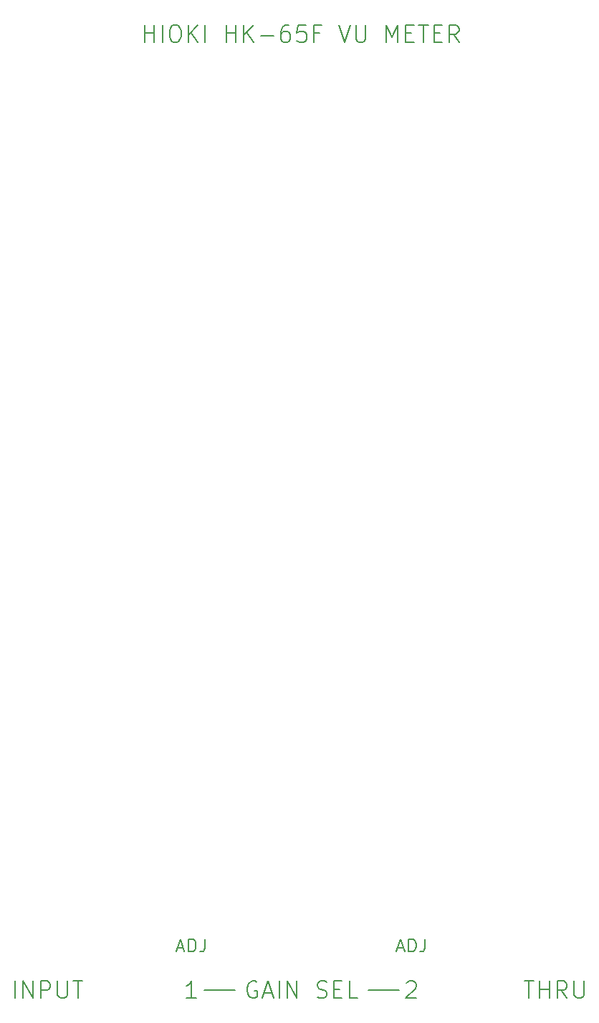
<source format=gbr>
G04 #@! TF.GenerationSoftware,KiCad,Pcbnew,5.1.6-c6e7f7d~87~ubuntu18.04.1*
G04 #@! TF.CreationDate,2020-07-16T03:00:52+09:00*
G04 #@! TF.ProjectId,frontpanel,66726f6e-7470-4616-9e65-6c2e6b696361,rev?*
G04 #@! TF.SameCoordinates,PX2faf080PY8f0d180*
G04 #@! TF.FileFunction,Legend,Top*
G04 #@! TF.FilePolarity,Positive*
%FSLAX46Y46*%
G04 Gerber Fmt 4.6, Leading zero omitted, Abs format (unit mm)*
G04 Created by KiCad (PCBNEW 5.1.6-c6e7f7d~87~ubuntu18.04.1) date 2020-07-16 03:00:52*
%MOMM*%
%LPD*%
G01*
G04 APERTURE LIST*
%ADD10C,0.150000*%
G04 APERTURE END LIST*
D10*
X27126190Y124595239D02*
X27126190Y126595239D01*
X27126190Y125642858D02*
X28269047Y125642858D01*
X28269047Y124595239D02*
X28269047Y126595239D01*
X29221428Y124595239D02*
X29221428Y126595239D01*
X30554761Y126595239D02*
X30935714Y126595239D01*
X31126190Y126500000D01*
X31316666Y126309524D01*
X31411904Y125928572D01*
X31411904Y125261905D01*
X31316666Y124880953D01*
X31126190Y124690477D01*
X30935714Y124595239D01*
X30554761Y124595239D01*
X30364285Y124690477D01*
X30173809Y124880953D01*
X30078571Y125261905D01*
X30078571Y125928572D01*
X30173809Y126309524D01*
X30364285Y126500000D01*
X30554761Y126595239D01*
X32269047Y124595239D02*
X32269047Y126595239D01*
X33411904Y124595239D02*
X32554761Y125738096D01*
X33411904Y126595239D02*
X32269047Y125452381D01*
X34269047Y124595239D02*
X34269047Y126595239D01*
X36745238Y124595239D02*
X36745238Y126595239D01*
X36745238Y125642858D02*
X37888095Y125642858D01*
X37888095Y124595239D02*
X37888095Y126595239D01*
X38840476Y124595239D02*
X38840476Y126595239D01*
X39983333Y124595239D02*
X39126190Y125738096D01*
X39983333Y126595239D02*
X38840476Y125452381D01*
X40840476Y125357143D02*
X42364285Y125357143D01*
X44173809Y126595239D02*
X43792857Y126595239D01*
X43602380Y126500000D01*
X43507142Y126404762D01*
X43316666Y126119048D01*
X43221428Y125738096D01*
X43221428Y124976191D01*
X43316666Y124785715D01*
X43411904Y124690477D01*
X43602380Y124595239D01*
X43983333Y124595239D01*
X44173809Y124690477D01*
X44269047Y124785715D01*
X44364285Y124976191D01*
X44364285Y125452381D01*
X44269047Y125642858D01*
X44173809Y125738096D01*
X43983333Y125833334D01*
X43602380Y125833334D01*
X43411904Y125738096D01*
X43316666Y125642858D01*
X43221428Y125452381D01*
X46173809Y126595239D02*
X45221428Y126595239D01*
X45126190Y125642858D01*
X45221428Y125738096D01*
X45411904Y125833334D01*
X45888095Y125833334D01*
X46078571Y125738096D01*
X46173809Y125642858D01*
X46269047Y125452381D01*
X46269047Y124976191D01*
X46173809Y124785715D01*
X46078571Y124690477D01*
X45888095Y124595239D01*
X45411904Y124595239D01*
X45221428Y124690477D01*
X45126190Y124785715D01*
X47792857Y125642858D02*
X47126190Y125642858D01*
X47126190Y124595239D02*
X47126190Y126595239D01*
X48078571Y126595239D01*
X50078571Y126595239D02*
X50745238Y124595239D01*
X51411904Y126595239D01*
X52078571Y126595239D02*
X52078571Y124976191D01*
X52173809Y124785715D01*
X52269047Y124690477D01*
X52459523Y124595239D01*
X52840476Y124595239D01*
X53030952Y124690477D01*
X53126190Y124785715D01*
X53221428Y124976191D01*
X53221428Y126595239D01*
X55697619Y124595239D02*
X55697619Y126595239D01*
X56364285Y125166667D01*
X57030952Y126595239D01*
X57030952Y124595239D01*
X57983333Y125642858D02*
X58649999Y125642858D01*
X58935714Y124595239D02*
X57983333Y124595239D01*
X57983333Y126595239D01*
X58935714Y126595239D01*
X59507142Y126595239D02*
X60649999Y126595239D01*
X60078571Y124595239D02*
X60078571Y126595239D01*
X61316666Y125642858D02*
X61983333Y125642858D01*
X62269047Y124595239D02*
X61316666Y124595239D01*
X61316666Y126595239D01*
X62269047Y126595239D01*
X64269047Y124595239D02*
X63602380Y125547620D01*
X63126190Y124595239D02*
X63126190Y126595239D01*
X63888095Y126595239D01*
X64078571Y126500000D01*
X64173809Y126404762D01*
X64269047Y126214286D01*
X64269047Y125928572D01*
X64173809Y125738096D01*
X64078571Y125642858D01*
X63888095Y125547620D01*
X63126190Y125547620D01*
X58078571Y13349762D02*
X58173809Y13445000D01*
X58364285Y13540239D01*
X58840476Y13540239D01*
X59030952Y13445000D01*
X59126190Y13349762D01*
X59221428Y13159286D01*
X59221428Y12968810D01*
X59126190Y12683096D01*
X57983333Y11540239D01*
X59221428Y11540239D01*
X53525000Y12445000D02*
X57150000Y12445000D01*
X34150000Y12445000D02*
X37775000Y12445000D01*
X71983333Y13540239D02*
X73126190Y13540239D01*
X72554761Y11540239D02*
X72554761Y13540239D01*
X73792857Y11540239D02*
X73792857Y13540239D01*
X73792857Y12587858D02*
X74935714Y12587858D01*
X74935714Y11540239D02*
X74935714Y13540239D01*
X77030952Y11540239D02*
X76364285Y12492620D01*
X75888095Y11540239D02*
X75888095Y13540239D01*
X76650000Y13540239D01*
X76840476Y13445000D01*
X76935714Y13349762D01*
X77030952Y13159286D01*
X77030952Y12873572D01*
X76935714Y12683096D01*
X76840476Y12587858D01*
X76650000Y12492620D01*
X75888095Y12492620D01*
X77888095Y13540239D02*
X77888095Y11921191D01*
X77983333Y11730715D01*
X78078571Y11635477D01*
X78269047Y11540239D01*
X78650000Y11540239D01*
X78840476Y11635477D01*
X78935714Y11730715D01*
X79030952Y11921191D01*
X79030952Y13540239D01*
X11792857Y11540239D02*
X11792857Y13540239D01*
X12745238Y11540239D02*
X12745238Y13540239D01*
X13888095Y11540239D01*
X13888095Y13540239D01*
X14840476Y11540239D02*
X14840476Y13540239D01*
X15602380Y13540239D01*
X15792857Y13445000D01*
X15888095Y13349762D01*
X15983333Y13159286D01*
X15983333Y12873572D01*
X15888095Y12683096D01*
X15792857Y12587858D01*
X15602380Y12492620D01*
X14840476Y12492620D01*
X16840476Y13540239D02*
X16840476Y11921191D01*
X16935714Y11730715D01*
X17030952Y11635477D01*
X17221428Y11540239D01*
X17602380Y11540239D01*
X17792857Y11635477D01*
X17888095Y11730715D01*
X17983333Y11921191D01*
X17983333Y13540239D01*
X18650000Y13540239D02*
X19792857Y13540239D01*
X19221428Y11540239D02*
X19221428Y13540239D01*
X33221428Y11540239D02*
X32078571Y11540239D01*
X32650000Y11540239D02*
X32650000Y13540239D01*
X32459523Y13254524D01*
X32269047Y13064048D01*
X32078571Y12968810D01*
X56971428Y17450000D02*
X57685714Y17450000D01*
X56828571Y17021429D02*
X57328571Y18521429D01*
X57828571Y17021429D01*
X58328571Y17021429D02*
X58328571Y18521429D01*
X58685714Y18521429D01*
X58900000Y18450000D01*
X59042857Y18307143D01*
X59114285Y18164286D01*
X59185714Y17878572D01*
X59185714Y17664286D01*
X59114285Y17378572D01*
X59042857Y17235715D01*
X58900000Y17092858D01*
X58685714Y17021429D01*
X58328571Y17021429D01*
X60257142Y18521429D02*
X60257142Y17450000D01*
X60185714Y17235715D01*
X60042857Y17092858D01*
X59828571Y17021429D01*
X59685714Y17021429D01*
X30971428Y17450000D02*
X31685714Y17450000D01*
X30828571Y17021429D02*
X31328571Y18521429D01*
X31828571Y17021429D01*
X32328571Y17021429D02*
X32328571Y18521429D01*
X32685714Y18521429D01*
X32900000Y18450000D01*
X33042857Y18307143D01*
X33114285Y18164286D01*
X33185714Y17878572D01*
X33185714Y17664286D01*
X33114285Y17378572D01*
X33042857Y17235715D01*
X32900000Y17092858D01*
X32685714Y17021429D01*
X32328571Y17021429D01*
X34257142Y18521429D02*
X34257142Y17450000D01*
X34185714Y17235715D01*
X34042857Y17092858D01*
X33828571Y17021429D01*
X33685714Y17021429D01*
X40364285Y13445000D02*
X40173809Y13540239D01*
X39888095Y13540239D01*
X39602380Y13445000D01*
X39411904Y13254524D01*
X39316666Y13064048D01*
X39221428Y12683096D01*
X39221428Y12397381D01*
X39316666Y12016429D01*
X39411904Y11825953D01*
X39602380Y11635477D01*
X39888095Y11540239D01*
X40078571Y11540239D01*
X40364285Y11635477D01*
X40459523Y11730715D01*
X40459523Y12397381D01*
X40078571Y12397381D01*
X41221428Y12111667D02*
X42173809Y12111667D01*
X41030952Y11540239D02*
X41697619Y13540239D01*
X42364285Y11540239D01*
X43030952Y11540239D02*
X43030952Y13540239D01*
X43983333Y11540239D02*
X43983333Y13540239D01*
X45126190Y11540239D01*
X45126190Y13540239D01*
X47507142Y11635477D02*
X47792857Y11540239D01*
X48269047Y11540239D01*
X48459523Y11635477D01*
X48554761Y11730715D01*
X48650000Y11921191D01*
X48650000Y12111667D01*
X48554761Y12302143D01*
X48459523Y12397381D01*
X48269047Y12492620D01*
X47888095Y12587858D01*
X47697619Y12683096D01*
X47602380Y12778334D01*
X47507142Y12968810D01*
X47507142Y13159286D01*
X47602380Y13349762D01*
X47697619Y13445000D01*
X47888095Y13540239D01*
X48364285Y13540239D01*
X48650000Y13445000D01*
X49507142Y12587858D02*
X50173809Y12587858D01*
X50459523Y11540239D02*
X49507142Y11540239D01*
X49507142Y13540239D01*
X50459523Y13540239D01*
X52269047Y11540239D02*
X51316666Y11540239D01*
X51316666Y13540239D01*
M02*

</source>
